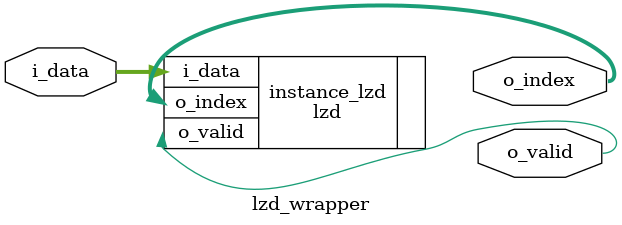
<source format=sv>

module lzd_wrapper #(
    parameter  int N  = 4,
    parameter  int B  = 4,
    localparam int M  = $clog2(N)
) (
    input  wire  [N-1:0] i_data,
    output logic [M-1:0] o_index,
    output wire          o_valid
);
    lzd #(
        .N(N),
        .B(B)
    ) instance_lzd (
        .i_data(i_data),
        .o_index(o_index),
        .o_valid(o_valid)
    );
endmodule
</source>
